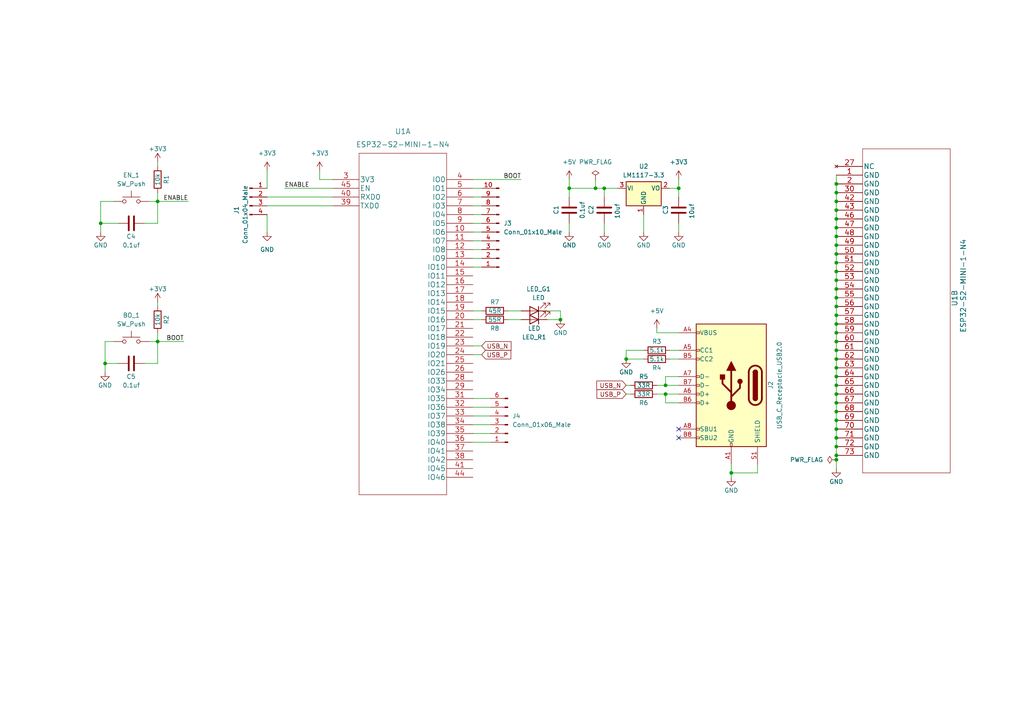
<source format=kicad_sch>
(kicad_sch (version 20211123) (generator eeschema)
  (paper "A4")
  (lib_symbols
    (symbol "Connector:Conn_01x04_Male" (pin_names (offset 1.016) hide)
      (property "Reference" "J" (at 0 5.08 0))
      (property "Value" "Conn_01x04_Male" (at 0 -7.62 0))
      (symbol "Conn_01x04_Male_1_1"
        (polyline (pts (xy 1.27 -5.08) (xy 0.8636 -5.08)) (stroke (width 0.1524)))
        (polyline (pts (xy 1.27 -2.54) (xy 0.8636 -2.54)) (stroke (width 0.1524)))
        (polyline (pts (xy 1.27 0) (xy 0.8636 0)) (stroke (width 0.1524)))
        (polyline (pts (xy 1.27 2.54) (xy 0.8636 2.54)) (stroke (width 0.1524)))
        (rectangle (start 0.8636 -4.953) (end 0 -5.207) (stroke (width 0.1524)) (fill (type outline)))
        (rectangle (start 0.8636 -2.413) (end 0 -2.667) (stroke (width 0.1524)) (fill (type outline)))
        (rectangle (start 0.8636 0.127) (end 0 -0.127) (stroke (width 0.1524)) (fill (type outline)))
        (rectangle (start 0.8636 2.667) (end 0 2.413) (stroke (width 0.1524)) (fill (type outline)))
        (pin passive line (at 5.08 2.54 180) (length 3.81) (name "Pin_1") (number "1"))
        (pin passive line (at 5.08 0 180) (length 3.81) (name "Pin_2") (number "2"))
        (pin passive line (at 5.08 -2.54 180) (length 3.81) (name "Pin_3") (number "3"))
        (pin passive line (at 5.08 -5.08 180) (length 3.81) (name "Pin_4") (number "4"))
      )
    )
    (symbol "Connector:Conn_01x06_Male" (pin_names (offset 1.016) hide)
      (property "Reference" "J" (at 0 7.62 0))
      (property "Value" "Conn_01x06_Male" (at 0 -10.16 0))
      (symbol "Conn_01x06_Male_1_1"
        (polyline (pts (xy 1.27 -7.62) (xy 0.8636 -7.62)) (stroke (width 0.1524)))
        (polyline (pts (xy 1.27 -5.08) (xy 0.8636 -5.08)) (stroke (width 0.1524)))
        (polyline (pts (xy 1.27 -2.54) (xy 0.8636 -2.54)) (stroke (width 0.1524)))
        (polyline (pts (xy 1.27 0) (xy 0.8636 0)) (stroke (width 0.1524)))
        (polyline (pts (xy 1.27 2.54) (xy 0.8636 2.54)) (stroke (width 0.1524)))
        (polyline (pts (xy 1.27 5.08) (xy 0.8636 5.08)) (stroke (width 0.1524)))
        (rectangle (start 0.8636 -7.493) (end 0 -7.747) (stroke (width 0.1524)) (fill (type outline)))
        (rectangle (start 0.8636 -4.953) (end 0 -5.207) (stroke (width 0.1524)) (fill (type outline)))
        (rectangle (start 0.8636 -2.413) (end 0 -2.667) (stroke (width 0.1524)) (fill (type outline)))
        (rectangle (start 0.8636 0.127) (end 0 -0.127) (stroke (width 0.1524)) (fill (type outline)))
        (rectangle (start 0.8636 2.667) (end 0 2.413) (stroke (width 0.1524)) (fill (type outline)))
        (rectangle (start 0.8636 5.207) (end 0 4.953) (stroke (width 0.1524)) (fill (type outline)))
        (pin passive line (at 5.08 5.08 180) (length 3.81) (name "Pin_1") (number "1"))
        (pin passive line (at 5.08 2.54 180) (length 3.81) (name "Pin_2") (number "2"))
        (pin passive line (at 5.08 0 180) (length 3.81) (name "Pin_3") (number "3"))
        (pin passive line (at 5.08 -2.54 180) (length 3.81) (name "Pin_4") (number "4"))
        (pin passive line (at 5.08 -5.08 180) (length 3.81) (name "Pin_5") (number "5"))
        (pin passive line (at 5.08 -7.62 180) (length 3.81) (name "Pin_6") (number "6"))
      )
    )
    (symbol "Connector:Conn_01x10_Male" (pin_names (offset 1.016) hide)
      (property "Reference" "J" (at 0 12.7 0))
      (property "Value" "Conn_01x10_Male" (at 0 -15.24 0))
      (symbol "Conn_01x10_Male_1_1"
        (polyline (pts (xy 1.27 -12.7) (xy 0.8636 -12.7)) (stroke (width 0.1524)))
        (polyline (pts (xy 1.27 -10.16) (xy 0.8636 -10.16)) (stroke (width 0.1524)))
        (polyline (pts (xy 1.27 -7.62) (xy 0.8636 -7.62)) (stroke (width 0.1524)))
        (polyline (pts (xy 1.27 -5.08) (xy 0.8636 -5.08)) (stroke (width 0.1524)))
        (polyline (pts (xy 1.27 -2.54) (xy 0.8636 -2.54)) (stroke (width 0.1524)))
        (polyline (pts (xy 1.27 0) (xy 0.8636 0)) (stroke (width 0.1524)))
        (polyline (pts (xy 1.27 2.54) (xy 0.8636 2.54)) (stroke (width 0.1524)))
        (polyline (pts (xy 1.27 5.08) (xy 0.8636 5.08)) (stroke (width 0.1524)))
        (polyline (pts (xy 1.27 7.62) (xy 0.8636 7.62)) (stroke (width 0.1524)))
        (polyline (pts (xy 1.27 10.16) (xy 0.8636 10.16)) (stroke (width 0.1524)))
        (rectangle (start 0.8636 -12.573) (end 0 -12.827) (stroke (width 0.1524)) (fill (type outline)))
        (rectangle (start 0.8636 -10.033) (end 0 -10.287) (stroke (width 0.1524)) (fill (type outline)))
        (rectangle (start 0.8636 -7.493) (end 0 -7.747) (stroke (width 0.1524)) (fill (type outline)))
        (rectangle (start 0.8636 -4.953) (end 0 -5.207) (stroke (width 0.1524)) (fill (type outline)))
        (rectangle (start 0.8636 -2.413) (end 0 -2.667) (stroke (width 0.1524)) (fill (type outline)))
        (rectangle (start 0.8636 0.127) (end 0 -0.127) (stroke (width 0.1524)) (fill (type outline)))
        (rectangle (start 0.8636 2.667) (end 0 2.413) (stroke (width 0.1524)) (fill (type outline)))
        (rectangle (start 0.8636 5.207) (end 0 4.953) (stroke (width 0.1524)) (fill (type outline)))
        (rectangle (start 0.8636 7.747) (end 0 7.493) (stroke (width 0.1524)) (fill (type outline)))
        (rectangle (start 0.8636 10.287) (end 0 10.033) (stroke (width 0.1524)) (fill (type outline)))
        (pin passive line (at 5.08 10.16 180) (length 3.81) (name "Pin_1") (number "1"))
        (pin passive line (at 5.08 -12.7 180) (length 3.81) (name "Pin_10") (number "10"))
        (pin passive line (at 5.08 7.62 180) (length 3.81) (name "Pin_2") (number "2"))
        (pin passive line (at 5.08 5.08 180) (length 3.81) (name "Pin_3") (number "3"))
        (pin passive line (at 5.08 2.54 180) (length 3.81) (name "Pin_4") (number "4"))
        (pin passive line (at 5.08 0 180) (length 3.81) (name "Pin_5") (number "5"))
        (pin passive line (at 5.08 -2.54 180) (length 3.81) (name "Pin_6") (number "6"))
        (pin passive line (at 5.08 -5.08 180) (length 3.81) (name "Pin_7") (number "7"))
        (pin passive line (at 5.08 -7.62 180) (length 3.81) (name "Pin_8") (number "8"))
        (pin passive line (at 5.08 -10.16 180) (length 3.81) (name "Pin_9") (number "9"))
      )
    )
    (symbol "Connector:USB_C_Receptacle_USB2.0" (pin_names (offset 1.016))
      (property "Reference" "J" (at -10.16 19.05 0))
      (property "Value" "USB_C_Receptacle_USB2.0" (at 19.05 19.05 0))
      (symbol "USB_C_Receptacle_USB2.0_0_0"
        (rectangle (start -0.254 -17.78) (end 0.254 -16.764))
        (rectangle (start 10.16 -14.986) (end 9.144 -15.494))
        (rectangle (start 10.16 -12.446) (end 9.144 -12.954))
        (rectangle (start 10.16 -4.826) (end 9.144 -5.334))
        (rectangle (start 10.16 -2.286) (end 9.144 -2.794))
        (rectangle (start 10.16 0.254) (end 9.144 -0.254))
        (rectangle (start 10.16 2.794) (end 9.144 2.286))
        (rectangle (start 10.16 7.874) (end 9.144 7.366))
        (rectangle (start 10.16 10.414) (end 9.144 9.906))
        (rectangle (start 10.16 15.494) (end 9.144 14.986))
      )
      (symbol "USB_C_Receptacle_USB2.0_0_1"
        (rectangle (start -10.16 17.78) (end 10.16 -17.78) (stroke (width 0.254)) (fill (type background)))
        (arc (start -8.89 -3.81) (mid -6.985 -5.715) (end -5.08 -3.81) (stroke (width 0.508)))
        (arc (start -7.62 -3.81) (mid -6.985 -4.445) (end -6.35 -3.81) (stroke (width 0.254)))
        (arc (start -7.62 -3.81) (mid -6.985 -4.445) (end -6.35 -3.81) (stroke (width 0.254)) (fill (type outline)))
        (rectangle (start -7.62 -3.81) (end -6.35 3.81) (stroke (width 0.254)) (fill (type outline)))
        (arc (start -6.35 3.81) (mid -6.985 4.445) (end -7.62 3.81) (stroke (width 0.254)))
        (arc (start -6.35 3.81) (mid -6.985 4.445) (end -7.62 3.81) (stroke (width 0.254)) (fill (type outline)))
        (arc (start -5.08 3.81) (mid -6.985 5.715) (end -8.89 3.81) (stroke (width 0.508)))
        (circle (center -2.54 1.143) (radius 0.635) (stroke (width 0.254)) (fill (type outline)))
        (circle (center 0 -5.842) (radius 1.27) (fill (type outline)))
        (polyline (pts (xy -8.89 -3.81) (xy -8.89 3.81)) (stroke (width 0.508)))
        (polyline (pts (xy -5.08 3.81) (xy -5.08 -3.81)) (stroke (width 0.508)))
        (polyline (pts (xy 0 -5.842) (xy 0 4.318)) (stroke (width 0.508)))
        (polyline (pts (xy 0 -3.302) (xy -2.54 -0.762) (xy -2.54 0.508)) (stroke (width 0.508)))
        (polyline (pts (xy 0 -2.032) (xy 2.54 0.508) (xy 2.54 1.778)) (stroke (width 0.508)))
        (polyline (pts (xy -1.27 4.318) (xy 0 6.858) (xy 1.27 4.318) (xy -1.27 4.318)) (stroke (width 0.254)) (fill (type outline)))
        (rectangle (start 1.905 1.778) (end 3.175 3.048) (stroke (width 0.254)) (fill (type outline)))
      )
      (symbol "USB_C_Receptacle_USB2.0_1_1"
        (pin passive line (at 0 -22.86 90) (length 5.08) (name "GND") (number "A1"))
        (pin passive line (at 0 -22.86 90) (length 5.08) hide (name "GND") (number "A12"))
        (pin passive line (at 15.24 15.24 180) (length 5.08) (name "VBUS") (number "A4"))
        (pin bidirectional line (at 15.24 10.16 180) (length 5.08) (name "CC1") (number "A5"))
        (pin bidirectional line (at 15.24 -2.54 180) (length 5.08) (name "D+") (number "A6"))
        (pin bidirectional line (at 15.24 2.54 180) (length 5.08) (name "D-") (number "A7"))
        (pin bidirectional line (at 15.24 -12.7 180) (length 5.08) (name "SBU1") (number "A8"))
        (pin passive line (at 15.24 15.24 180) (length 5.08) hide (name "VBUS") (number "A9"))
        (pin passive line (at 0 -22.86 90) (length 5.08) hide (name "GND") (number "B1"))
        (pin passive line (at 0 -22.86 90) (length 5.08) hide (name "GND") (number "B12"))
        (pin passive line (at 15.24 15.24 180) (length 5.08) hide (name "VBUS") (number "B4"))
        (pin bidirectional line (at 15.24 7.62 180) (length 5.08) (name "CC2") (number "B5"))
        (pin bidirectional line (at 15.24 -5.08 180) (length 5.08) (name "D+") (number "B6"))
        (pin bidirectional line (at 15.24 0 180) (length 5.08) (name "D-") (number "B7"))
        (pin bidirectional line (at 15.24 -15.24 180) (length 5.08) (name "SBU2") (number "B8"))
        (pin passive line (at 15.24 15.24 180) (length 5.08) hide (name "VBUS") (number "B9"))
        (pin passive line (at -7.62 -22.86 90) (length 5.08) (name "SHIELD") (number "S1"))
      )
    )
    (symbol "Device:C" (pin_numbers hide) (pin_names (offset 0.254))
      (property "Reference" "C" (at 0.635 2.54 0))
      (property "Value" "C" (at 0.635 -2.54 0))
      (symbol "C_0_1"
        (polyline (pts (xy -2.032 -0.762) (xy 2.032 -0.762)) (stroke (width 0.508)))
        (polyline (pts (xy -2.032 0.762) (xy 2.032 0.762)) (stroke (width 0.508)))
      )
      (symbol "C_1_1"
        (pin passive line (at 0 3.81 270) (length 2.794) (name "~") (number "1"))
        (pin passive line (at 0 -3.81 90) (length 2.794) (name "~") (number "2"))
      )
    )
    (symbol "Device:LED" (pin_numbers hide) (pin_names (offset 1.016) hide)
      (property "Reference" "D" (at 0 2.54 0))
      (property "Value" "LED" (at 0 -2.54 0))
      (symbol "LED_0_1"
        (polyline (pts (xy -1.27 -1.27) (xy -1.27 1.27)) (stroke (width 0.254)))
        (polyline (pts (xy -1.27 0) (xy 1.27 0)))
        (polyline (pts (xy 1.27 -1.27) (xy 1.27 1.27) (xy -1.27 0) (xy 1.27 -1.27)) (stroke (width 0.254)))
        (polyline (pts (xy -3.048 -0.762) (xy -4.572 -2.286) (xy -3.81 -2.286) (xy -4.572 -2.286) (xy -4.572 -1.524)))
        (polyline (pts (xy -1.778 -0.762) (xy -3.302 -2.286) (xy -2.54 -2.286) (xy -3.302 -2.286) (xy -3.302 -1.524)))
      )
      (symbol "LED_1_1"
        (pin passive line (at -3.81 0 0) (length 2.54) (name "K") (number "1"))
        (pin passive line (at 3.81 0 180) (length 2.54) (name "A") (number "2"))
      )
    )
    (symbol "Device:R" (pin_numbers hide) (pin_names (offset 0))
      (property "Reference" "R" (at 2.032 0 90))
      (property "Value" "R" (at 0 0 90))
      (symbol "R_0_1"
        (rectangle (start -1.016 -2.54) (end 1.016 2.54) (stroke (width 0.254)))
      )
      (symbol "R_1_1"
        (pin passive line (at 0 3.81 270) (length 1.27) (name "~") (number "1"))
        (pin passive line (at 0 -3.81 90) (length 1.27) (name "~") (number "2"))
      )
    )
    (symbol "ESP32:ESP32-S2-MINI-1-N4" (pin_names (offset 0.254))
      (property "Reference" "U" (at 20.32 12.7 0))
      (property "Value" "ESP32-S2-MINI-1-N4" (at 20.32 10.16 0))
      (symbol "ESP32-S2-MINI-1-N4_1_1"
        (polyline (pts (xy 7.62 -91.44) (xy 33.02 -91.44)) (stroke (width 0.127)))
        (polyline (pts (xy 7.62 7.62) (xy 7.62 -91.44)) (stroke (width 0.127)))
        (polyline (pts (xy 33.02 -91.44) (xy 33.02 7.62)) (stroke (width 0.127)))
        (polyline (pts (xy 33.02 7.62) (xy 7.62 7.62)) (stroke (width 0.127)))
        (pin bidirectional line (at 40.64 -15.24 180) (length 7.62) (name "IO6") (number "10"))
        (pin bidirectional line (at 40.64 -17.78 180) (length 7.62) (name "IO7") (number "11"))
        (pin bidirectional line (at 40.64 -20.32 180) (length 7.62) (name "IO8") (number "12"))
        (pin bidirectional line (at 40.64 -22.86 180) (length 7.62) (name "IO9") (number "13"))
        (pin bidirectional line (at 40.64 -25.4 180) (length 7.62) (name "IO10") (number "14"))
        (pin bidirectional line (at 40.64 -27.94 180) (length 7.62) (name "IO11") (number "15"))
        (pin bidirectional line (at 40.64 -30.48 180) (length 7.62) (name "IO12") (number "16"))
        (pin bidirectional line (at 40.64 -33.02 180) (length 7.62) (name "IO13") (number "17"))
        (pin bidirectional line (at 40.64 -35.56 180) (length 7.62) (name "IO14") (number "18"))
        (pin bidirectional line (at 40.64 -38.1 180) (length 7.62) (name "IO15") (number "19"))
        (pin bidirectional line (at 40.64 -40.64 180) (length 7.62) (name "IO16") (number "20"))
        (pin bidirectional line (at 40.64 -43.18 180) (length 7.62) (name "IO17") (number "21"))
        (pin bidirectional line (at 40.64 -45.72 180) (length 7.62) (name "IO18") (number "22"))
        (pin bidirectional line (at 40.64 -48.26 180) (length 7.62) (name "IO19") (number "23"))
        (pin bidirectional line (at 40.64 -50.8 180) (length 7.62) (name "IO20") (number "24"))
        (pin bidirectional line (at 40.64 -53.34 180) (length 7.62) (name "IO21") (number "25"))
        (pin bidirectional line (at 40.64 -55.88 180) (length 7.62) (name "IO26") (number "26"))
        (pin bidirectional line (at 40.64 -58.42 180) (length 7.62) (name "IO33") (number "28"))
        (pin bidirectional line (at 40.64 -60.96 180) (length 7.62) (name "IO34") (number "29"))
        (pin unspecified line (at 0 0 0) (length 7.62) (name "3V3") (number "3"))
        (pin bidirectional line (at 40.64 -63.5 180) (length 7.62) (name "IO35") (number "31"))
        (pin bidirectional line (at 40.64 -66.04 180) (length 7.62) (name "IO36") (number "32"))
        (pin bidirectional line (at 40.64 -68.58 180) (length 7.62) (name "IO37") (number "33"))
        (pin bidirectional line (at 40.64 -71.12 180) (length 7.62) (name "IO38") (number "34"))
        (pin bidirectional line (at 40.64 -73.66 180) (length 7.62) (name "IO39") (number "35"))
        (pin bidirectional line (at 40.64 -76.2 180) (length 7.62) (name "IO40") (number "36"))
        (pin bidirectional line (at 40.64 -78.74 180) (length 7.62) (name "IO41") (number "37"))
        (pin bidirectional line (at 40.64 -81.28 180) (length 7.62) (name "IO42") (number "38"))
        (pin bidirectional line (at 0 -7.62 0) (length 7.62) (name "TXD0") (number "39"))
        (pin bidirectional line (at 40.64 0 180) (length 7.62) (name "IO0") (number "4"))
        (pin bidirectional line (at 0 -5.08 0) (length 7.62) (name "RXD0") (number "40"))
        (pin bidirectional line (at 40.64 -83.82 180) (length 7.62) (name "IO45") (number "41"))
        (pin bidirectional line (at 40.64 -86.36 180) (length 7.62) (name "IO46") (number "44"))
        (pin unspecified line (at 0 -2.54 0) (length 7.62) (name "EN") (number "45"))
        (pin bidirectional line (at 40.64 -2.54 180) (length 7.62) (name "IO1") (number "5"))
        (pin bidirectional line (at 40.64 -5.08 180) (length 7.62) (name "IO2") (number "6"))
        (pin bidirectional line (at 40.64 -7.62 180) (length 7.62) (name "IO3") (number "7"))
        (pin bidirectional line (at 40.64 -10.16 180) (length 7.62) (name "IO4") (number "8"))
        (pin bidirectional line (at 40.64 -12.7 180) (length 7.62) (name "IO5") (number "9"))
      )
      (symbol "ESP32-S2-MINI-1-N4_2_1"
        (polyline (pts (xy 7.62 -88.9) (xy 33.02 -88.9)) (stroke (width 0.127)))
        (polyline (pts (xy 7.62 5.08) (xy 7.62 -88.9)) (stroke (width 0.127)))
        (polyline (pts (xy 33.02 -88.9) (xy 33.02 5.08)) (stroke (width 0.127)))
        (polyline (pts (xy 33.02 5.08) (xy 7.62 5.08)) (stroke (width 0.127)))
        (pin power_in line (at 0 -2.54 0) (length 7.62) (name "GND") (number "1"))
        (pin power_in line (at 0 -5.08 0) (length 7.62) (name "GND") (number "2"))
        (pin no_connect line (at 0 0 0) (length 7.62) (name "NC") (number "27"))
        (pin power_in line (at 0 -7.62 0) (length 7.62) (name "GND") (number "30"))
        (pin power_in line (at 0 -10.16 0) (length 7.62) (name "GND") (number "42"))
        (pin power_in line (at 0 -12.7 0) (length 7.62) (name "GND") (number "43"))
        (pin power_in line (at 0 -15.24 0) (length 7.62) (name "GND") (number "46"))
        (pin power_in line (at 0 -17.78 0) (length 7.62) (name "GND") (number "47"))
        (pin power_in line (at 0 -20.32 0) (length 7.62) (name "GND") (number "48"))
        (pin power_in line (at 0 -22.86 0) (length 7.62) (name "GND") (number "49"))
        (pin power_in line (at 0 -25.4 0) (length 7.62) (name "GND") (number "50"))
        (pin power_in line (at 0 -27.94 0) (length 7.62) (name "GND") (number "51"))
        (pin power_in line (at 0 -30.48 0) (length 7.62) (name "GND") (number "52"))
        (pin power_in line (at 0 -33.02 0) (length 7.62) (name "GND") (number "53"))
        (pin power_in line (at 0 -35.56 0) (length 7.62) (name "GND") (number "54"))
        (pin power_in line (at 0 -38.1 0) (length 7.62) (name "GND") (number "55"))
        (pin power_in line (at 0 -40.64 0) (length 7.62) (name "GND") (number "56"))
        (pin power_in line (at 0 -43.18 0) (length 7.62) (name "GND") (number "57"))
        (pin power_in line (at 0 -45.72 0) (length 7.62) (name "GND") (number "58"))
        (pin power_in line (at 0 -48.26 0) (length 7.62) (name "GND") (number "59"))
        (pin power_in line (at 0 -50.8 0) (length 7.62) (name "GND") (number "60"))
        (pin power_in line (at 0 -53.34 0) (length 7.62) (name "GND") (number "61"))
        (pin power_in line (at 0 -55.88 0) (length 7.62) (name "GND") (number "62"))
        (pin power_in line (at 0 -58.42 0) (length 7.62) (name "GND") (number "63"))
        (pin power_in line (at 0 -60.96 0) (length 7.62) (name "GND") (number "64"))
        (pin power_in line (at 0 -63.5 0) (length 7.62) (name "GND") (number "65"))
        (pin power_in line (at 0 -66.04 0) (length 7.62) (name "GND") (number "66"))
        (pin power_in line (at 0 -68.58 0) (length 7.62) (name "GND") (number "67"))
        (pin power_in line (at 0 -71.12 0) (length 7.62) (name "GND") (number "68"))
        (pin power_in line (at 0 -73.66 0) (length 7.62) (name "GND") (number "69"))
        (pin power_in line (at 0 -76.2 0) (length 7.62) (name "GND") (number "70"))
        (pin power_in line (at 0 -78.74 0) (length 7.62) (name "GND") (number "71"))
        (pin power_in line (at 0 -81.28 0) (length 7.62) (name "GND") (number "72"))
        (pin power_in line (at 0 -83.82 0) (length 7.62) (name "GND") (number "73"))
      )
    )
    (symbol "Regulator_Linear:LM1117-3.3" (pin_names (offset 0.254))
      (property "Reference" "U" (at -3.81 3.175 0))
      (property "Value" "LM1117-3.3" (at 0 3.175 0))
      (symbol "LM1117-3.3_0_1"
        (rectangle (start -5.08 -5.08) (end 5.08 1.905) (stroke (width 0.254)) (fill (type background)))
      )
      (symbol "LM1117-3.3_1_1"
        (pin power_in line (at 0 -7.62 90) (length 2.54) (name "GND") (number "1"))
        (pin power_out line (at 7.62 0 180) (length 2.54) (name "VO") (number "2"))
        (pin power_in line (at -7.62 0 0) (length 2.54) (name "VI") (number "3"))
      )
    )
    (symbol "Switch:SW_Push" (pin_numbers hide) (pin_names (offset 1.016) hide)
      (property "Reference" "SW" (at 1.27 2.54 0))
      (property "Value" "SW_Push" (at 0 -1.524 0))
      (symbol "SW_Push_0_1"
        (circle (center -2.032 0) (radius 0.508))
        (polyline (pts (xy 0 1.27) (xy 0 3.048)))
        (polyline (pts (xy 2.54 1.27) (xy -2.54 1.27)))
        (circle (center 2.032 0) (radius 0.508))
        (pin passive line (at -5.08 0 0) (length 2.54) (name "1") (number "1"))
        (pin passive line (at 5.08 0 180) (length 2.54) (name "2") (number "2"))
      )
    )
    (symbol "power:+3.3V" (power) (pin_names (offset 0))
      (property "Value" "+3.3V" (at 0 3.556 0))
      (symbol "+3.3V_0_1"
        (polyline (pts (xy -0.762 1.27) (xy 0 2.54)))
        (polyline (pts (xy 0 0) (xy 0 2.54)))
        (polyline (pts (xy 0 2.54) (xy 0.762 1.27)))
      )
      (symbol "+3.3V_1_1"
        (pin power_in line (at 0 0 90) (length 0) hide (name "+3V3") (number "1"))
      )
    )
    (symbol "power:+5V" (power) (pin_names (offset 0))
      (property "Value" "+5V" (at 0 3.556 0))
      (symbol "+5V_0_1"
        (polyline (pts (xy -0.762 1.27) (xy 0 2.54)))
        (polyline (pts (xy 0 0) (xy 0 2.54)))
        (polyline (pts (xy 0 2.54) (xy 0.762 1.27)))
      )
      (symbol "+5V_1_1"
        (pin power_in line (at 0 0 90) (length 0) hide (name "+5V") (number "1"))
      )
    )
    (symbol "power:GND" (power) (pin_names (offset 0))
      (property "Value" "GND" (at 0 -3.81 0))
      (symbol "GND_0_1"
        (polyline (pts (xy 0 0) (xy 0 -1.27) (xy 1.27 -1.27) (xy 0 -2.54) (xy -1.27 -1.27) (xy 0 -1.27)))
      )
      (symbol "GND_1_1"
        (pin power_in line (at 0 0 270) (length 0) hide (name "GND") (number "1"))
      )
    )
    (symbol "power:PWR_FLAG" (power) (pin_numbers hide) (pin_names (offset 0) hide)
      (property "Value" "PWR_FLAG" (at 0 3.81 0))
      (symbol "PWR_FLAG_0_0"
        (pin power_out line (at 0 0 90) (length 0) (name "pwr") (number "1"))
      )
      (symbol "PWR_FLAG_0_1"
        (polyline (pts (xy 0 0) (xy 0 1.27) (xy -1.016 1.905) (xy 0 2.54) (xy 1.016 1.905) (xy 0 1.27)))
      )
    )
  )
  (junction (at 45.72 99.06))
  (junction (at 212.09 137.16))
  (junction (at 193.04 114.3))
  (junction (at 162.56 92.71))
  (junction (at 242.57 101.6))
  (junction (at 242.57 71.12))
  (junction (at 242.57 132.08))
  (junction (at 242.57 81.28))
  (junction (at 242.57 63.5))
  (junction (at 242.57 83.82))
  (junction (at 242.57 73.66))
  (junction (at 242.57 129.54))
  (junction (at 193.04 111.76))
  (junction (at 242.57 58.42))
  (junction (at 45.72 58.42))
  (junction (at 242.57 116.84))
  (junction (at 242.57 76.2))
  (junction (at 196.85 54.61))
  (junction (at 242.57 78.74))
  (junction (at 242.57 114.3))
  (junction (at 242.57 99.06))
  (junction (at 242.57 60.96))
  (junction (at 242.57 66.04))
  (junction (at 242.57 121.92))
  (junction (at 30.48 105.41))
  (junction (at 165.1 54.61))
  (junction (at 242.57 53.34))
  (junction (at 242.57 55.88))
  (junction (at 181.61 104.14))
  (junction (at 242.57 88.9))
  (junction (at 242.57 96.52))
  (junction (at 242.57 106.68))
  (junction (at 242.57 127))
  (junction (at 175.26 54.61))
  (junction (at 242.57 104.14))
  (junction (at 172.72 54.61))
  (junction (at 242.57 93.98))
  (junction (at 242.57 133.35))
  (junction (at 242.57 111.76))
  (junction (at 29.21 64.77))
  (junction (at 242.57 86.36))
  (junction (at 242.57 119.38))
  (junction (at 242.57 109.22))
  (junction (at 242.57 91.44))
  (junction (at 242.57 68.58))
  (junction (at 242.57 124.46))
  (no_connect (at 196.85 124.46))
  (no_connect (at 196.85 127))
  (wire (pts (xy 242.57 121.92) (xy 242.57 124.46)))
  (wire (pts (xy 194.31 101.6) (xy 196.85 101.6)))
  (wire (pts (xy 165.1 54.61) (xy 165.1 57.15)))
  (wire (pts (xy 242.57 133.35) (xy 242.57 135.89)))
  (wire (pts (xy 242.57 63.5) (xy 242.57 66.04)))
  (wire (pts (xy 212.09 138.43) (xy 212.09 137.16)))
  (wire (pts (xy 242.57 104.14) (xy 242.57 106.68)))
  (wire (pts (xy 77.47 49.53) (xy 77.47 54.61)))
  (wire (pts (xy 137.16 123.19) (xy 142.24 123.19)))
  (wire (pts (xy 137.16 120.65) (xy 142.24 120.65)))
  (wire (pts (xy 219.71 137.16) (xy 219.71 134.62)))
  (wire (pts (xy 242.57 88.9) (xy 242.57 91.44)))
  (wire (pts (xy 193.04 109.22) (xy 196.85 109.22)))
  (wire (pts (xy 242.57 91.44) (xy 242.57 93.98)))
  (wire (pts (xy 165.1 64.77) (xy 165.1 67.31)))
  (wire (pts (xy 186.69 62.23) (xy 186.69 67.31)))
  (wire (pts (xy 196.85 111.76) (xy 193.04 111.76)))
  (wire (pts (xy 137.16 92.71) (xy 139.7 92.71)))
  (wire (pts (xy 242.57 58.42) (xy 242.57 60.96)))
  (wire (pts (xy 137.16 118.11) (xy 142.24 118.11)))
  (wire (pts (xy 242.57 53.34) (xy 242.57 55.88)))
  (wire (pts (xy 137.16 54.61) (xy 139.7 54.61)))
  (wire (pts (xy 242.57 73.66) (xy 242.57 76.2)))
  (wire (pts (xy 137.16 69.85) (xy 139.7 69.85)))
  (wire (pts (xy 242.57 127) (xy 242.57 129.54)))
  (wire (pts (xy 242.57 60.96) (xy 242.57 63.5)))
  (wire (pts (xy 190.5 114.3) (xy 193.04 114.3)))
  (wire (pts (xy 45.72 58.42) (xy 54.61 58.42)))
  (wire (pts (xy 242.57 96.52) (xy 242.57 99.06)))
  (wire (pts (xy 77.47 59.69) (xy 96.52 59.69)))
  (wire (pts (xy 193.04 114.3) (xy 196.85 114.3)))
  (wire (pts (xy 242.57 78.74) (xy 242.57 81.28)))
  (wire (pts (xy 41.91 64.77) (xy 45.72 64.77)))
  (wire (pts (xy 29.21 64.77) (xy 34.29 64.77)))
  (wire (pts (xy 196.85 116.84) (xy 193.04 116.84)))
  (wire (pts (xy 196.85 64.77) (xy 196.85 67.31)))
  (wire (pts (xy 139.7 100.33) (xy 137.16 100.33)))
  (wire (pts (xy 92.71 52.07) (xy 96.52 52.07)))
  (wire (pts (xy 242.57 66.04) (xy 242.57 68.58)))
  (wire (pts (xy 165.1 52.07) (xy 165.1 54.61)))
  (wire (pts (xy 190.5 96.52) (xy 190.5 95.25)))
  (wire (pts (xy 193.04 116.84) (xy 193.04 114.3)))
  (wire (pts (xy 181.61 114.3) (xy 182.88 114.3)))
  (wire (pts (xy 77.47 57.15) (xy 96.52 57.15)))
  (wire (pts (xy 242.57 93.98) (xy 242.57 96.52)))
  (wire (pts (xy 242.57 101.6) (xy 242.57 104.14)))
  (wire (pts (xy 242.57 106.68) (xy 242.57 109.22)))
  (wire (pts (xy 212.09 137.16) (xy 219.71 137.16)))
  (wire (pts (xy 45.72 99.06) (xy 45.72 96.52)))
  (wire (pts (xy 196.85 54.61) (xy 196.85 52.07)))
  (wire (pts (xy 147.32 92.71) (xy 151.13 92.71)))
  (wire (pts (xy 242.57 86.36) (xy 242.57 88.9)))
  (wire (pts (xy 175.26 64.77) (xy 175.26 67.31)))
  (wire (pts (xy 33.02 99.06) (xy 30.48 99.06)))
  (wire (pts (xy 242.57 111.76) (xy 242.57 114.3)))
  (wire (pts (xy 193.04 111.76) (xy 193.04 109.22)))
  (wire (pts (xy 137.16 52.07) (xy 151.13 52.07)))
  (wire (pts (xy 30.48 105.41) (xy 30.48 107.95)))
  (wire (pts (xy 190.5 111.76) (xy 193.04 111.76)))
  (wire (pts (xy 137.16 72.39) (xy 139.7 72.39)))
  (wire (pts (xy 137.16 128.27) (xy 142.24 128.27)))
  (wire (pts (xy 45.72 99.06) (xy 53.34 99.06)))
  (wire (pts (xy 196.85 96.52) (xy 190.5 96.52)))
  (wire (pts (xy 45.72 46.99) (xy 45.72 48.26)))
  (wire (pts (xy 139.7 102.87) (xy 137.16 102.87)))
  (wire (pts (xy 77.47 62.23) (xy 77.47 67.31)))
  (wire (pts (xy 137.16 77.47) (xy 139.7 77.47)))
  (wire (pts (xy 194.31 54.61) (xy 196.85 54.61)))
  (wire (pts (xy 41.91 105.41) (xy 45.72 105.41)))
  (wire (pts (xy 43.18 58.42) (xy 45.72 58.42)))
  (wire (pts (xy 147.32 90.17) (xy 151.13 90.17)))
  (wire (pts (xy 43.18 99.06) (xy 45.72 99.06)))
  (wire (pts (xy 158.75 92.71) (xy 162.56 92.71)))
  (wire (pts (xy 181.61 104.14) (xy 186.69 104.14)))
  (wire (pts (xy 137.16 90.17) (xy 139.7 90.17)))
  (wire (pts (xy 242.57 81.28) (xy 242.57 83.82)))
  (wire (pts (xy 162.56 90.17) (xy 162.56 92.71)))
  (wire (pts (xy 242.57 83.82) (xy 242.57 86.36)))
  (wire (pts (xy 196.85 54.61) (xy 196.85 57.15)))
  (wire (pts (xy 33.02 58.42) (xy 29.21 58.42)))
  (wire (pts (xy 45.72 105.41) (xy 45.72 99.06)))
  (wire (pts (xy 137.16 64.77) (xy 139.7 64.77)))
  (wire (pts (xy 242.57 116.84) (xy 242.57 119.38)))
  (wire (pts (xy 175.26 54.61) (xy 179.07 54.61)))
  (wire (pts (xy 242.57 50.8) (xy 242.57 53.34)))
  (wire (pts (xy 181.61 101.6) (xy 181.61 104.14)))
  (wire (pts (xy 242.57 124.46) (xy 242.57 127)))
  (wire (pts (xy 242.57 71.12) (xy 242.57 73.66)))
  (wire (pts (xy 175.26 54.61) (xy 175.26 57.15)))
  (wire (pts (xy 96.52 54.61) (xy 82.55 54.61)))
  (wire (pts (xy 172.72 54.61) (xy 175.26 54.61)))
  (wire (pts (xy 137.16 62.23) (xy 139.7 62.23)))
  (wire (pts (xy 242.57 109.22) (xy 242.57 111.76)))
  (wire (pts (xy 137.16 125.73) (xy 142.24 125.73)))
  (wire (pts (xy 242.57 55.88) (xy 242.57 58.42)))
  (wire (pts (xy 45.72 64.77) (xy 45.72 58.42)))
  (wire (pts (xy 45.72 87.63) (xy 45.72 88.9)))
  (wire (pts (xy 181.61 111.76) (xy 182.88 111.76)))
  (wire (pts (xy 242.57 114.3) (xy 242.57 116.84)))
  (wire (pts (xy 29.21 58.42) (xy 29.21 64.77)))
  (wire (pts (xy 29.21 64.77) (xy 29.21 67.31)))
  (wire (pts (xy 242.57 76.2) (xy 242.57 78.74)))
  (wire (pts (xy 137.16 59.69) (xy 139.7 59.69)))
  (wire (pts (xy 92.71 49.53) (xy 92.71 52.07)))
  (wire (pts (xy 137.16 74.93) (xy 139.7 74.93)))
  (wire (pts (xy 242.57 129.54) (xy 242.57 132.08)))
  (wire (pts (xy 212.09 137.16) (xy 212.09 134.62)))
  (wire (pts (xy 158.75 90.17) (xy 162.56 90.17)))
  (wire (pts (xy 137.16 67.31) (xy 139.7 67.31)))
  (wire (pts (xy 30.48 99.06) (xy 30.48 105.41)))
  (wire (pts (xy 186.69 101.6) (xy 181.61 101.6)))
  (wire (pts (xy 45.72 58.42) (xy 45.72 55.88)))
  (wire (pts (xy 30.48 105.41) (xy 34.29 105.41)))
  (wire (pts (xy 165.1 54.61) (xy 172.72 54.61)))
  (wire (pts (xy 172.72 52.07) (xy 172.72 54.61)))
  (wire (pts (xy 194.31 104.14) (xy 196.85 104.14)))
  (wire (pts (xy 137.16 115.57) (xy 142.24 115.57)))
  (wire (pts (xy 137.16 57.15) (xy 139.7 57.15)))
  (wire (pts (xy 242.57 68.58) (xy 242.57 71.12)))
  (wire (pts (xy 242.57 119.38) (xy 242.57 121.92)))
  (wire (pts (xy 242.57 99.06) (xy 242.57 101.6)))
  (wire (pts (xy 242.57 132.08) (xy 242.57 133.35)))
  (label "ENABLE" (at 54.61 58.42 180))
  (label "BOOT" (at 53.34 99.06 180))
  (label "ENABLE" (at 82.55 54.61 0))
  (label "BOOT" (at 151.13 52.07 180))
  (global_label "USB_N" (shape input) (at 181.61 111.76 180) (property "Intersheet References" "${INTERSHEET_REFS}" (effects hide)))
  (global_label "USB_P" (shape input) (at 181.61 114.3 180) (property "Intersheet References" "${INTERSHEET_REFS}" (effects hide)))
  (global_label "USB_N" (shape input) (at 139.7 100.33 0) (property "Intersheet References" "${INTERSHEET_REFS}" (effects hide)))
  (global_label "USB_P" (shape input) (at 139.7 102.87 0) (property "Intersheet References" "${INTERSHEET_REFS}" (effects hide)))
  (symbol (lib_id "Switch:SW_Push") (at 38.1 58.42 0) (unit 1)
    (property "Reference" "EN_1" (at 38.1 50.8 0))
    (property "Value" "SW_Push" (at 38.1 53.34 0))
    (property "Footprint" "Button_Switch_SMD:SW_SPST_Panasonic_EVQPL_3PL_5PL_PT_A08" (effects hide))
  )
  (symbol (lib_id "Device:R") (at 45.72 52.07 180) (unit 1)
    (property "Reference" "R1" (at 48.26 52.07 90))
    (property "Value" "10k" (at 45.72 52.07 90))
    (property "Footprint" "Resistor_SMD:R_0603_1608Metric" (effects hide))
  )
  (symbol (lib_id "Connector:Conn_01x10_Male") (at 144.78 67.31 180) (unit 1)
    (property "Reference" "J3" (at 146.05 64.7699 0) (effects (justify right)))
    (property "Value" "Conn_01x10_Male" (at 146.05 67.3099 0) (effects (justify right)))
    (property "Footprint" "Connector_PinHeader_2.54mm:PinHeader_1x10_P2.54mm_Vertical" (effects hide))
  )
  (symbol (lib_id "Connector:Conn_01x06_Male") (at 147.32 123.19 180) (unit 1)
    (property "Reference" "J4" (at 148.59 120.6499 0) (effects (justify right)))
    (property "Value" "Conn_01x06_Male" (at 148.59 123.1899 0) (effects (justify right)))
    (property "Footprint" "Connector_PinHeader_2.54mm:PinHeader_1x06_P2.54mm_Vertical" (effects hide))
  )
  (symbol (lib_id "Device:R") (at 45.72 92.71 180) (unit 1)
    (property "Reference" "R2" (at 48.26 92.71 90))
    (property "Value" "10k" (at 45.72 92.71 90))
    (property "Footprint" "Resistor_SMD:R_0603_1608Metric" (effects hide))
  )
  (symbol (lib_id "power:+3.3V") (at 45.72 87.63 0) (unit 1)
    (property "Reference" "#PWR0116" (effects hide))
    (property "Value" "+3.3V" (at 45.72 83.82 0))
  )
  (symbol (lib_id "power:GND") (at 186.69 67.31 0) (unit 1)
    (property "Reference" "#PWR0113" (effects hide))
    (property "Value" "GND" (at 186.69 71.12 0))
  )
  (symbol (lib_id "ESP32:ESP32-S2-MINI-1-N4") (at 96.52 52.07 0) (unit 1)
    (property "Reference" "U1" (at 116.84 38.1 0) (effects (font (size 1.524 1.524))))
    (property "Value" "ESP32-S2-MINI-1-N4" (at 116.84 41.91 0) (effects (font (size 1.524 1.524))))
    (property "Footprint" "footprints:ESP32-S2-MINI-1-N4" (effects hide))
  )
  (symbol (lib_id "power:GND") (at 196.85 67.31 0) (unit 1)
    (property "Reference" "#PWR0114" (effects hide))
    (property "Value" "GND" (at 196.85 71.12 0))
  )
  (symbol (lib_id "Device:R") (at 186.69 114.3 90) (unit 1)
    (property "Reference" "R6" (at 186.69 116.84 90))
    (property "Value" "33R" (at 186.69 114.3 90))
    (property "Footprint" "Resistor_SMD:R_0603_1608Metric" (effects hide))
  )
  (symbol (lib_id "Device:C") (at 196.85 60.96 0) (unit 1)
    (property "Reference" "C3" (at 193.04 62.23 90) (effects (justify left)))
    (property "Value" "10uf" (at 200.66 63.5 90) (effects (justify left)))
    (property "Footprint" "Capacitor_SMD:C_0805_2012Metric" (effects hide))
  )
  (symbol (lib_id "power:+3.3V") (at 196.85 52.07 0) (unit 1)
    (property "Reference" "#PWR0110" (effects hide))
    (property "Value" "+3.3V" (at 196.85 46.99 0))
  )
  (symbol (lib_id "power:GND") (at 242.57 135.89 0) (unit 1)
    (property "Reference" "#PWR0106" (effects hide))
    (property "Value" "GND" (at 242.57 139.7 0))
  )
  (symbol (lib_id "Device:R") (at 190.5 101.6 90) (unit 1)
    (property "Reference" "R3" (at 190.5 99.06 90))
    (property "Value" "5.1k" (at 190.5 101.6 90))
    (property "Footprint" "Resistor_SMD:R_0603_1608Metric" (effects hide))
  )
  (symbol (lib_id "Connector:USB_C_Receptacle_USB2.0") (at 212.09 111.76 0) (mirror y) (unit 1)
    (property "Reference" "J2" (at 223.52 110.49 90) (effects (justify right)))
    (property "Value" "USB_C_Receptacle_USB2.0" (at 226.06 99.06 90) (effects (justify right)))
    (property "Footprint" "USB-C-Power-tester:TYPE-C-31-M-12" (effects hide))
    (property "Datasheet" "https://www.usb.org/sites/default/files/documents/usb_type-c.zip" (effects hide))
  )
  (symbol (lib_id "power:+3.3V") (at 92.71 49.53 0) (unit 1)
    (property "Reference" "#PWR0104" (effects hide))
    (property "Value" "+3.3V" (at 92.71 44.45 0))
  )
  (symbol (lib_id "power:GND") (at 30.48 107.95 0) (unit 1)
    (property "Reference" "#PWR0117" (effects hide))
    (property "Value" "GND" (at 30.48 111.76 0))
  )
  (symbol (lib_id "power:+3.3V") (at 45.72 46.99 0) (unit 1)
    (property "Reference" "#PWR0102" (effects hide))
    (property "Value" "+3.3V" (at 45.72 43.18 0))
  )
  (symbol (lib_id "Device:LED") (at 154.94 92.71 180) (unit 1)
    (property "Reference" "LED_R1" (at 154.94 97.79 0))
    (property "Value" "LED" (at 154.94 95.25 0))
    (property "Footprint" "LED_SMD:LED_0603_1608Metric" (effects hide))
  )
  (symbol (lib_id "power:GND") (at 77.47 67.31 0) (unit 1)
    (property "Reference" "#PWR0101" (effects hide))
    (property "Value" "GND" (at 77.47 72.39 0))
  )
  (symbol (lib_id "power:+5V") (at 165.1 52.07 0) (unit 1)
    (property "Reference" "#PWR0111" (effects hide))
    (property "Value" "+5V" (at 165.1 46.99 0))
  )
  (symbol (lib_id "Device:C") (at 175.26 60.96 0) (unit 1)
    (property "Reference" "C2" (at 171.45 62.23 90) (effects (justify left)))
    (property "Value" "10uf" (at 179.07 63.5 90) (effects (justify left)))
    (property "Footprint" "Capacitor_SMD:C_0805_2012Metric" (effects hide))
  )
  (symbol (lib_id "power:GND") (at 175.26 67.31 0) (unit 1)
    (property "Reference" "#PWR0109" (effects hide))
    (property "Value" "GND" (at 175.26 71.12 0))
  )
  (symbol (lib_id "power:GND") (at 212.09 138.43 0) (unit 1)
    (property "Reference" "#PWR0107" (effects hide))
    (property "Value" "GND" (at 212.09 142.24 0))
  )
  (symbol (lib_id "Device:C") (at 38.1 64.77 90) (unit 1)
    (property "Reference" "C4" (at 39.37 68.58 90) (effects (justify left)))
    (property "Value" "0.1uf" (at 40.64 71.12 90) (effects (justify left)))
    (property "Footprint" "Capacitor_SMD:C_0603_1608Metric" (effects hide))
  )
  (symbol (lib_id "power:PWR_FLAG") (at 242.57 133.35 90) (unit 1)
    (property "Reference" "#FLG0101" (effects hide))
    (property "Value" "PWR_FLAG" (at 238.76 133.3499 90) (effects (justify left)))
  )
  (symbol (lib_id "Switch:SW_Push") (at 38.1 99.06 0) (unit 1)
    (property "Reference" "BO_1" (at 38.1 91.44 0))
    (property "Value" "SW_Push" (at 38.1 93.98 0))
    (property "Footprint" "Button_Switch_SMD:SW_SPST_Panasonic_EVQPL_3PL_5PL_PT_A08" (effects hide))
  )
  (symbol (lib_id "Device:R") (at 143.51 92.71 90) (unit 1)
    (property "Reference" "R8" (at 143.51 95.25 90))
    (property "Value" "55R" (at 143.51 92.71 90))
    (property "Footprint" "Resistor_SMD:R_0603_1608Metric" (effects hide))
  )
  (symbol (lib_id "Regulator_Linear:LM1117-3.3") (at 186.69 54.61 0) (unit 1)
    (property "Reference" "U2" (at 186.69 48.26 0))
    (property "Value" "LM1117-3.3" (at 186.69 50.8 0))
    (property "Footprint" "Package_TO_SOT_SMD:SOT-223" (effects hide))
    (property "Datasheet" "http://www.ti.com/lit/ds/symlink/lm1117.pdf" (effects hide))
  )
  (symbol (lib_id "Device:R") (at 190.5 104.14 90) (unit 1)
    (property "Reference" "R4" (at 190.5 106.68 90))
    (property "Value" "5.1k" (at 190.5 104.14 90))
    (property "Footprint" "Resistor_SMD:R_0603_1608Metric" (effects hide))
  )
  (symbol (lib_id "Device:R") (at 143.51 90.17 90) (unit 1)
    (property "Reference" "R7" (at 143.51 87.63 90))
    (property "Value" "45R" (at 143.51 90.17 90))
    (property "Footprint" "Resistor_SMD:R_0603_1608Metric" (effects hide))
  )
  (symbol (lib_id "Connector:Conn_01x04_Male") (at 72.39 57.15 0) (unit 1)
    (property "Reference" "J1" (at 68.58 60.96 90))
    (property "Value" "Conn_01x04_Male" (at 71.12 62.23 90))
    (property "Footprint" "Connector_PinHeader_2.54mm:PinHeader_1x04_P2.54mm_Vertical" (effects hide))
  )
  (symbol (lib_id "Device:R") (at 186.69 111.76 90) (unit 1)
    (property "Reference" "R5" (at 186.69 109.22 90))
    (property "Value" "33R" (at 186.69 111.76 90))
    (property "Footprint" "Resistor_SMD:R_0603_1608Metric" (effects hide))
  )
  (symbol (lib_id "power:GND") (at 29.21 67.31 0) (unit 1)
    (property "Reference" "#PWR0105" (effects hide))
    (property "Value" "GND" (at 29.21 71.12 0))
  )
  (symbol (lib_id "Device:C") (at 165.1 60.96 0) (unit 1)
    (property "Reference" "C1" (at 161.29 62.23 90) (effects (justify left)))
    (property "Value" "0.1uf" (at 168.91 63.5 90) (effects (justify left)))
    (property "Footprint" "Capacitor_SMD:C_0603_1608Metric" (effects hide))
  )
  (symbol (lib_id "power:+3.3V") (at 77.47 49.53 0) (unit 1)
    (property "Reference" "#PWR0103" (effects hide))
    (property "Value" "+3.3V" (at 77.47 44.45 0))
  )
  (symbol (lib_id "Device:LED") (at 154.94 90.17 180) (unit 1)
    (property "Reference" "LED_G1" (at 156.21 83.82 0))
    (property "Value" "LED" (at 156.21 86.36 0))
    (property "Footprint" "LED_SMD:LED_0603_1608Metric" (effects hide))
  )
  (symbol (lib_id "power:GND") (at 181.61 104.14 0) (unit 1)
    (property "Reference" "#PWR0112" (effects hide))
    (property "Value" "GND" (at 181.61 107.95 0))
  )
  (symbol (lib_id "power:PWR_FLAG") (at 172.72 52.07 0) (unit 1)
    (property "Reference" "#FLG0102" (effects hide))
    (property "Value" "PWR_FLAG" (at 172.72 46.99 0))
  )
  (symbol (lib_id "power:GND") (at 165.1 67.31 0) (unit 1)
    (property "Reference" "#PWR0108" (effects hide))
    (property "Value" "GND" (at 165.1 71.12 0))
  )
  (symbol (lib_id "Device:C") (at 38.1 105.41 90) (unit 1)
    (property "Reference" "C5" (at 39.37 109.22 90) (effects (justify left)))
    (property "Value" "0.1uf" (at 40.64 111.76 90) (effects (justify left)))
    (property "Footprint" "Capacitor_SMD:C_0603_1608Metric" (effects hide))
  )
  (symbol (lib_id "power:GND") (at 162.56 92.71 0) (unit 1)
    (property "Reference" "#PWR0118" (effects hide))
    (property "Value" "GND" (at 162.56 96.52 0))
  )
  (symbol (lib_id "power:+5V") (at 190.5 95.25 0) (unit 1)
    (property "Reference" "#PWR0115" (effects hide))
    (property "Value" "+5V" (at 190.5 90.17 0))
  )
  (symbol (lib_id "ESP32:ESP32-S2-MINI-1-N4") (at 242.57 48.26 0) (unit 2)
    (property "Reference" "U1" (at 276.86 88.9 90) (effects (font (size 1.524 1.524)) (justify left)))
    (property "Value" "ESP32-S2-MINI-1-N4" (at 279.4 96.52 90) (effects (font (size 1.524 1.524)) (justify left)))
    (property "Footprint" "footprints:ESP32-S2-MINI-1-N4" (effects hide))
  )
)
</source>
